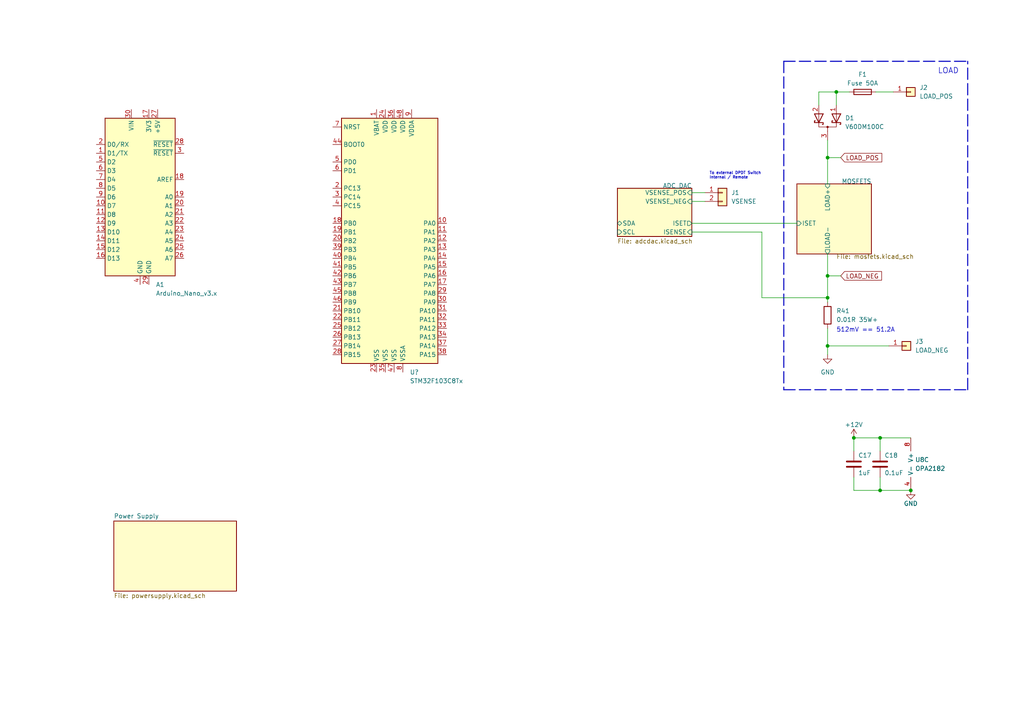
<source format=kicad_sch>
(kicad_sch (version 20211123) (generator eeschema)
  (paper "A4")
  (lib_symbols
    (symbol "Connector_Generic:Conn_01x01" (pin_names (offset 1.016) hide)
      (property "Reference" "J" (at 0 2.54 0))
      (property "Value" "Conn_01x01" (at 0 -2.54 0))
      (symbol "Conn_01x01_1_1"
        (rectangle (start -1.27 0.127) (end 0 -0.127) (stroke (width 0.1524)))
        (rectangle (start -1.27 1.27) (end 1.27 -1.27) (stroke (width 0.254)) (fill (type background)))
        (pin passive line (at -5.08 0 0) (length 3.81) (name "Pin_1") (number "1"))
      )
    )
    (symbol "Connector_Generic:Conn_01x02" (pin_names (offset 1.016) hide)
      (property "Reference" "J" (at 0 2.54 0))
      (property "Value" "Conn_01x02" (at 0 -5.08 0))
      (symbol "Conn_01x02_1_1"
        (rectangle (start -1.27 -2.413) (end 0 -2.667) (stroke (width 0.1524)))
        (rectangle (start -1.27 0.127) (end 0 -0.127) (stroke (width 0.1524)))
        (rectangle (start -1.27 1.27) (end 1.27 -3.81) (stroke (width 0.254)) (fill (type background)))
        (pin passive line (at -5.08 0 0) (length 3.81) (name "Pin_1") (number "1"))
        (pin passive line (at -5.08 -2.54 0) (length 3.81) (name "Pin_2") (number "2"))
      )
    )
    (symbol "Device:C" (pin_numbers hide) (pin_names (offset 0.254))
      (property "Reference" "C" (at 0.635 2.54 0))
      (property "Value" "C" (at 0.635 -2.54 0))
      (symbol "C_0_1"
        (polyline (pts (xy -2.032 -0.762) (xy 2.032 -0.762)) (stroke (width 0.508)))
        (polyline (pts (xy -2.032 0.762) (xy 2.032 0.762)) (stroke (width 0.508)))
      )
      (symbol "C_1_1"
        (pin passive line (at 0 3.81 270) (length 2.794) (name "~") (number "1"))
        (pin passive line (at 0 -3.81 90) (length 2.794) (name "~") (number "2"))
      )
    )
    (symbol "Device:D_Schottky_Dual_CommonCathode_AAK_Parallel" (pin_names (offset 0.762) hide)
      (property "Reference" "D" (at 0 5.08 0))
      (property "Value" "D_Schottky_Dual_CommonCathode_AAK_Parallel" (at 0 -5.08 0))
      (symbol "D_Schottky_Dual_CommonCathode_AAK_Parallel_0_1"
        (polyline (pts (xy 1.27 0) (xy 2.54 0)))
        (polyline (pts (xy -2.54 -2.54) (xy 1.27 -2.54) (xy 1.27 2.54) (xy -2.54 2.54)))
        (polyline (pts (xy -2.54 -1.27) (xy 0 -2.54) (xy -2.54 -3.81) (xy -2.54 -1.27) (xy -2.54 -1.27) (xy -2.54 -1.27)) (stroke (width 0.254)))
        (polyline (pts (xy -2.54 3.81) (xy 0 2.54) (xy -2.54 1.27) (xy -2.54 3.81) (xy -2.54 3.81) (xy -2.54 3.81)) (stroke (width 0.254)))
        (polyline (pts (xy 0.508 -1.524) (xy 0.508 -1.27) (xy 0 -1.27) (xy 0 -3.81) (xy -0.508 -3.81) (xy -0.508 -3.556)) (stroke (width 0.254)))
        (polyline (pts (xy 0.508 3.556) (xy 0.508 3.81) (xy 0 3.81) (xy 0 1.27) (xy -0.508 1.27) (xy -0.508 1.524)) (stroke (width 0.254)))
        (circle (center 1.27 0) (radius 0.254) (fill (type outline)))
        (pin passive line (at -5.08 2.54 0) (length 2.54) (name "K") (number "1"))
        (pin passive line (at -5.08 -2.54 0) (length 2.54) (name "K") (number "2"))
        (pin passive line (at 5.08 0 180) (length 2.54) (name "A") (number "3"))
      )
    )
    (symbol "Device:Fuse" (pin_numbers hide) (pin_names (offset 0))
      (property "Reference" "F" (at 2.032 0 90))
      (property "Value" "Fuse" (at -1.905 0 90))
      (symbol "Fuse_0_1"
        (rectangle (start -0.762 -2.54) (end 0.762 2.54) (stroke (width 0.254)))
        (polyline (pts (xy 0 2.54) (xy 0 -2.54)))
      )
      (symbol "Fuse_1_1"
        (pin passive line (at 0 3.81 270) (length 1.27) (name "~") (number "1"))
        (pin passive line (at 0 -3.81 90) (length 1.27) (name "~") (number "2"))
      )
    )
    (symbol "Device:Opamp_Dual"
      (property "Reference" "U" (at 0 5.08 0))
      (property "Value" "Opamp_Dual" (at 0 -5.08 0))
      (symbol "Opamp_Dual_1_1"
        (polyline (pts (xy -5.08 5.08) (xy 5.08 0) (xy -5.08 -5.08) (xy -5.08 5.08)) (stroke (width 0.254)) (fill (type background)))
        (pin output line (at 7.62 0 180) (length 2.54) (name "~") (number "1"))
        (pin input line (at -7.62 -2.54 0) (length 2.54) (name "-") (number "2"))
        (pin input line (at -7.62 2.54 0) (length 2.54) (name "+") (number "3"))
      )
      (symbol "Opamp_Dual_2_1"
        (polyline (pts (xy -5.08 5.08) (xy 5.08 0) (xy -5.08 -5.08) (xy -5.08 5.08)) (stroke (width 0.254)) (fill (type background)))
        (pin input line (at -7.62 2.54 0) (length 2.54) (name "+") (number "5"))
        (pin input line (at -7.62 -2.54 0) (length 2.54) (name "-") (number "6"))
        (pin output line (at 7.62 0 180) (length 2.54) (name "~") (number "7"))
      )
      (symbol "Opamp_Dual_3_1"
        (pin power_in line (at -2.54 -7.62 90) (length 3.81) (name "V-") (number "4"))
        (pin power_in line (at -2.54 7.62 270) (length 3.81) (name "V+") (number "8"))
      )
    )
    (symbol "Device:R" (pin_numbers hide) (pin_names (offset 0))
      (property "Reference" "R" (at 2.032 0 90))
      (property "Value" "R" (at 0 0 90))
      (symbol "R_0_1"
        (rectangle (start -1.016 -2.54) (end 1.016 2.54) (stroke (width 0.254)))
      )
      (symbol "R_1_1"
        (pin passive line (at 0 3.81 270) (length 1.27) (name "~") (number "1"))
        (pin passive line (at 0 -3.81 90) (length 1.27) (name "~") (number "2"))
      )
    )
    (symbol "MCU_Module:Arduino_Nano_v3.x"
      (property "Reference" "A" (at -10.16 23.495 0))
      (property "Value" "Arduino_Nano_v3.x" (at 5.08 -24.13 0))
      (symbol "Arduino_Nano_v3.x_0_1"
        (rectangle (start -10.16 22.86) (end 10.16 -22.86) (stroke (width 0.254)) (fill (type background)))
      )
      (symbol "Arduino_Nano_v3.x_1_1"
        (pin bidirectional line (at -12.7 12.7 0) (length 2.54) (name "D1/TX") (number "1"))
        (pin bidirectional line (at -12.7 -2.54 0) (length 2.54) (name "D7") (number "10"))
        (pin bidirectional line (at -12.7 -5.08 0) (length 2.54) (name "D8") (number "11"))
        (pin bidirectional line (at -12.7 -7.62 0) (length 2.54) (name "D9") (number "12"))
        (pin bidirectional line (at -12.7 -10.16 0) (length 2.54) (name "D10") (number "13"))
        (pin bidirectional line (at -12.7 -12.7 0) (length 2.54) (name "D11") (number "14"))
        (pin bidirectional line (at -12.7 -15.24 0) (length 2.54) (name "D12") (number "15"))
        (pin bidirectional line (at -12.7 -17.78 0) (length 2.54) (name "D13") (number "16"))
        (pin power_out line (at 2.54 25.4 270) (length 2.54) (name "3V3") (number "17"))
        (pin input line (at 12.7 5.08 180) (length 2.54) (name "AREF") (number "18"))
        (pin bidirectional line (at 12.7 0 180) (length 2.54) (name "A0") (number "19"))
        (pin bidirectional line (at -12.7 15.24 0) (length 2.54) (name "D0/RX") (number "2"))
        (pin bidirectional line (at 12.7 -2.54 180) (length 2.54) (name "A1") (number "20"))
        (pin bidirectional line (at 12.7 -5.08 180) (length 2.54) (name "A2") (number "21"))
        (pin bidirectional line (at 12.7 -7.62 180) (length 2.54) (name "A3") (number "22"))
        (pin bidirectional line (at 12.7 -10.16 180) (length 2.54) (name "A4") (number "23"))
        (pin bidirectional line (at 12.7 -12.7 180) (length 2.54) (name "A5") (number "24"))
        (pin bidirectional line (at 12.7 -15.24 180) (length 2.54) (name "A6") (number "25"))
        (pin bidirectional line (at 12.7 -17.78 180) (length 2.54) (name "A7") (number "26"))
        (pin power_out line (at 5.08 25.4 270) (length 2.54) (name "+5V") (number "27"))
        (pin input line (at 12.7 15.24 180) (length 2.54) (name "~{RESET}") (number "28"))
        (pin power_in line (at 2.54 -25.4 90) (length 2.54) (name "GND") (number "29"))
        (pin input line (at 12.7 12.7 180) (length 2.54) (name "~{RESET}") (number "3"))
        (pin power_in line (at -2.54 25.4 270) (length 2.54) (name "VIN") (number "30"))
        (pin power_in line (at 0 -25.4 90) (length 2.54) (name "GND") (number "4"))
        (pin bidirectional line (at -12.7 10.16 0) (length 2.54) (name "D2") (number "5"))
        (pin bidirectional line (at -12.7 7.62 0) (length 2.54) (name "D3") (number "6"))
        (pin bidirectional line (at -12.7 5.08 0) (length 2.54) (name "D4") (number "7"))
        (pin bidirectional line (at -12.7 2.54 0) (length 2.54) (name "D5") (number "8"))
        (pin bidirectional line (at -12.7 0 0) (length 2.54) (name "D6") (number "9"))
      )
    )
    (symbol "MCU_ST_STM32F1:STM32F103C8Tx"
      (property "Reference" "U" (at -15.24 36.83 0))
      (property "Value" "STM32F103C8Tx" (at 7.62 36.83 0))
      (symbol "STM32F103C8Tx_0_1"
        (rectangle (start -15.24 -35.56) (end 12.7 35.56) (stroke (width 0.254)) (fill (type background)))
      )
      (symbol "STM32F103C8Tx_1_1"
        (pin power_in line (at -5.08 38.1 270) (length 2.54) (name "VBAT") (number "1"))
        (pin bidirectional line (at 15.24 5.08 180) (length 2.54) (name "PA0") (number "10"))
        (pin bidirectional line (at 15.24 2.54 180) (length 2.54) (name "PA1") (number "11"))
        (pin bidirectional line (at 15.24 0 180) (length 2.54) (name "PA2") (number "12"))
        (pin bidirectional line (at 15.24 -2.54 180) (length 2.54) (name "PA3") (number "13"))
        (pin bidirectional line (at 15.24 -5.08 180) (length 2.54) (name "PA4") (number "14"))
        (pin bidirectional line (at 15.24 -7.62 180) (length 2.54) (name "PA5") (number "15"))
        (pin bidirectional line (at 15.24 -10.16 180) (length 2.54) (name "PA6") (number "16"))
        (pin bidirectional line (at 15.24 -12.7 180) (length 2.54) (name "PA7") (number "17"))
        (pin bidirectional line (at -17.78 5.08 0) (length 2.54) (name "PB0") (number "18"))
        (pin bidirectional line (at -17.78 2.54 0) (length 2.54) (name "PB1") (number "19"))
        (pin bidirectional line (at -17.78 15.24 0) (length 2.54) (name "PC13") (number "2"))
        (pin bidirectional line (at -17.78 0 0) (length 2.54) (name "PB2") (number "20"))
        (pin bidirectional line (at -17.78 -20.32 0) (length 2.54) (name "PB10") (number "21"))
        (pin bidirectional line (at -17.78 -22.86 0) (length 2.54) (name "PB11") (number "22"))
        (pin power_in line (at -5.08 -38.1 90) (length 2.54) (name "VSS") (number "23"))
        (pin power_in line (at -2.54 38.1 270) (length 2.54) (name "VDD") (number "24"))
        (pin bidirectional line (at -17.78 -25.4 0) (length 2.54) (name "PB12") (number "25"))
        (pin bidirectional line (at -17.78 -27.94 0) (length 2.54) (name "PB13") (number "26"))
        (pin bidirectional line (at -17.78 -30.48 0) (length 2.54) (name "PB14") (number "27"))
        (pin bidirectional line (at -17.78 -33.02 0) (length 2.54) (name "PB15") (number "28"))
        (pin bidirectional line (at 15.24 -15.24 180) (length 2.54) (name "PA8") (number "29"))
        (pin bidirectional line (at -17.78 12.7 0) (length 2.54) (name "PC14") (number "3"))
        (pin bidirectional line (at 15.24 -17.78 180) (length 2.54) (name "PA9") (number "30"))
        (pin bidirectional line (at 15.24 -20.32 180) (length 2.54) (name "PA10") (number "31"))
        (pin bidirectional line (at 15.24 -22.86 180) (length 2.54) (name "PA11") (number "32"))
        (pin bidirectional line (at 15.24 -25.4 180) (length 2.54) (name "PA12") (number "33"))
        (pin bidirectional line (at 15.24 -27.94 180) (length 2.54) (name "PA13") (number "34"))
        (pin power_in line (at -2.54 -38.1 90) (length 2.54) (name "VSS") (number "35"))
        (pin power_in line (at 0 38.1 270) (length 2.54) (name "VDD") (number "36"))
        (pin bidirectional line (at 15.24 -30.48 180) (length 2.54) (name "PA14") (number "37"))
        (pin bidirectional line (at 15.24 -33.02 180) (length 2.54) (name "PA15") (number "38"))
        (pin bidirectional line (at -17.78 -2.54 0) (length 2.54) (name "PB3") (number "39"))
        (pin bidirectional line (at -17.78 10.16 0) (length 2.54) (name "PC15") (number "4"))
        (pin bidirectional line (at -17.78 -5.08 0) (length 2.54) (name "PB4") (number "40"))
        (pin bidirectional line (at -17.78 -7.62 0) (length 2.54) (name "PB5") (number "41"))
        (pin bidirectional line (at -17.78 -10.16 0) (length 2.54) (name "PB6") (number "42"))
        (pin bidirectional line (at -17.78 -12.7 0) (length 2.54) (name "PB7") (number "43"))
        (pin input line (at -17.78 27.94 0) (length 2.54) (name "BOOT0") (number "44"))
        (pin bidirectional line (at -17.78 -15.24 0) (length 2.54) (name "PB8") (number "45"))
        (pin bidirectional line (at -17.78 -17.78 0) (length 2.54) (name "PB9") (number "46"))
        (pin power_in line (at 0 -38.1 90) (length 2.54) (name "VSS") (number "47"))
        (pin power_in line (at 2.54 38.1 270) (length 2.54) (name "VDD") (number "48"))
        (pin input line (at -17.78 22.86 0) (length 2.54) (name "PD0") (number "5"))
        (pin input line (at -17.78 20.32 0) (length 2.54) (name "PD1") (number "6"))
        (pin input line (at -17.78 33.02 0) (length 2.54) (name "NRST") (number "7"))
        (pin power_in line (at 2.54 -38.1 90) (length 2.54) (name "VSSA") (number "8"))
        (pin power_in line (at 5.08 38.1 270) (length 2.54) (name "VDDA") (number "9"))
      )
    )
    (symbol "power:+12V" (power) (pin_names (offset 0))
      (property "Value" "+12V" (at 0 3.556 0))
      (symbol "+12V_0_1"
        (polyline (pts (xy -0.762 1.27) (xy 0 2.54)))
        (polyline (pts (xy 0 0) (xy 0 2.54)))
        (polyline (pts (xy 0 2.54) (xy 0.762 1.27)))
      )
      (symbol "+12V_1_1"
        (pin power_in line (at 0 0 90) (length 0) hide (name "+12V") (number "1"))
      )
    )
    (symbol "power:GND" (power) (pin_names (offset 0))
      (property "Value" "GND" (at 0 -3.81 0))
      (symbol "GND_0_1"
        (polyline (pts (xy 0 0) (xy 0 -1.27) (xy 1.27 -1.27) (xy 0 -2.54) (xy -1.27 -1.27) (xy 0 -1.27)))
      )
      (symbol "GND_1_1"
        (pin power_in line (at 0 0 270) (length 0) hide (name "GND") (number "1"))
      )
    )
  )
  (junction (at 240.03 45.72))
  (junction (at 264.16 142.24))
  (junction (at 242.57 26.67))
  (junction (at 255.27 127))
  (junction (at 240.03 80.01))
  (junction (at 240.03 86.36))
  (junction (at 255.27 142.24))
  (junction (at 240.03 100.33))
  (junction (at 247.65 127))
  (wire (pts (xy 240.03 45.72) (xy 243.84 45.72)))
  (wire (pts (xy 242.57 26.67) (xy 242.57 30.48)))
  (wire (pts (xy 240.03 80.01) (xy 240.03 86.36)))
  (wire (pts (xy 255.27 142.24) (xy 264.16 142.24)))
  (wire (pts (xy 240.03 100.33) (xy 240.03 102.87)))
  (polyline (pts (xy 227.33 113.03) (xy 280.67 113.03)) (stroke (width 0.3)))
  (wire (pts (xy 247.65 127) (xy 247.65 130.81)))
  (wire (pts (xy 255.27 138.43) (xy 255.27 142.24)))
  (polyline (pts (xy 227.33 17.78) (xy 280.67 17.78)) (stroke (width 0.3)))
  (wire (pts (xy 240.03 40.64) (xy 240.03 45.72)))
  (wire (pts (xy 264.16 127) (xy 255.27 127)))
  (wire (pts (xy 240.03 80.01) (xy 243.84 80.01)))
  (wire (pts (xy 247.65 142.24) (xy 255.27 142.24)))
  (polyline (pts (xy 227.33 17.78) (xy 227.33 113.03)) (stroke (width 0.3)))
  (wire (pts (xy 242.57 26.67) (xy 246.38 26.67)))
  (wire (pts (xy 240.03 73.66) (xy 240.03 80.01)))
  (wire (pts (xy 240.03 95.25) (xy 240.03 100.33)))
  (wire (pts (xy 200.66 67.31) (xy 220.98 67.31)))
  (polyline (pts (xy 280.67 113.03) (xy 280.67 17.78)) (stroke (width 0.3)))
  (wire (pts (xy 237.49 30.48) (xy 237.49 26.67)))
  (wire (pts (xy 247.65 138.43) (xy 247.65 142.24)))
  (wire (pts (xy 255.27 127) (xy 247.65 127)))
  (wire (pts (xy 240.03 100.33) (xy 257.81 100.33)))
  (wire (pts (xy 240.03 87.63) (xy 240.03 86.36)))
  (wire (pts (xy 200.66 64.77) (xy 231.14 64.77)))
  (wire (pts (xy 220.98 67.31) (xy 220.98 86.36)))
  (wire (pts (xy 254 26.67) (xy 259.08 26.67)))
  (wire (pts (xy 200.66 55.88) (xy 204.47 55.88)))
  (wire (pts (xy 200.66 58.42) (xy 204.47 58.42)))
  (wire (pts (xy 255.27 127) (xy 255.27 130.81)))
  (wire (pts (xy 237.49 26.67) (xy 242.57 26.67)))
  (wire (pts (xy 240.03 45.72) (xy 240.03 53.34)))
  (wire (pts (xy 220.98 86.36) (xy 240.03 86.36)))
  (text "512mV == 51.2A" (at 242.57 96.52 0) (effects (font (size 1.27 1.27)) (justify left bottom)))
  (text "To external DPDT Switch\nInternal / Remote" (at 205.74 52.07 0) (effects (font (size 0.8 0.8)) (justify left bottom)))
  (text "LOAD" (at 278.13 21.59 180) (effects (font (size 1.6 1.6)) (justify right bottom)))
  (global_label "LOAD_POS" (shape input) (at 243.84 45.72 0) (property "Intersheet References" "${INTERSHEET_REFS}" (effects hide)))
  (global_label "LOAD_NEG" (shape input) (at 243.84 80.01 0) (property "Intersheet References" "${INTERSHEET_REFS}" (effects hide)))
  (symbol (lib_id "power:GND") (at 240.03 102.87 0) (unit 1)
    (property "Reference" "#PWR017" (effects hide))
    (property "Value" "GND" (at 240.03 107.95 0))
  )
  (symbol (lib_id "Device:C") (at 255.27 134.62 0) (unit 1)
    (property "Reference" "C18" (at 256.54 132.08 0) (effects (justify left)))
    (property "Value" "0.1uF" (at 256.54 137.16 0) (effects (justify left)))
  )
  (symbol (lib_id "MCU_Module:Arduino_Nano_v3.x") (at 40.64 57.15 0) (unit 1)
    (property "Reference" "A1" (at 45.1994 82.55 0) (effects (justify left)))
    (property "Value" "Arduino_Nano_v3.x" (at 45.1994 85.09 0) (effects (justify left)))
    (property "Footprint" "Module:Arduino_Nano" (effects hide))
    (property "Datasheet" "http://www.mouser.com/pdfdocs/Gravitech_Arduino_Nano3_0.pdf" (effects hide))
  )
  (symbol (lib_id "Connector_Generic:Conn_01x02") (at 209.55 55.88 0) (unit 1)
    (property "Reference" "J1" (at 212.09 55.8799 0) (effects (justify left)))
    (property "Value" "VSENSE" (at 212.09 58.4199 0) (effects (justify left)))
  )
  (symbol (lib_id "power:GND") (at 264.16 142.24 0) (unit 1)
    (property "Reference" "#PWR019" (effects hide))
    (property "Value" "GND" (at 264.16 146.05 0))
  )
  (symbol (lib_id "Device:R") (at 240.03 91.44 0) (unit 1)
    (property "Reference" "R41" (at 242.57 90.1699 0) (effects (justify left)))
    (property "Value" "0.01R 35W+" (at 242.57 92.7099 0) (effects (justify left)))
  )
  (symbol (lib_id "Device:C") (at 247.65 134.62 0) (unit 1)
    (property "Reference" "C17" (at 248.92 132.08 0) (effects (justify left)))
    (property "Value" "1uF" (at 248.92 137.16 0) (effects (justify left)))
  )
  (symbol (lib_id "Device:Fuse") (at 250.19 26.67 90) (unit 1)
    (property "Reference" "F1" (at 250.19 21.59 90))
    (property "Value" "Fuse 50A" (at 250.19 24.13 90))
  )
  (symbol (lib_id "Device:D_Schottky_Dual_CommonCathode_AAK_Parallel") (at 240.03 35.56 270) (unit 1)
    (property "Reference" "D1" (at 245.11 34.2264 90) (effects (justify left)))
    (property "Value" "V60DM100C" (at 245.11 36.7664 90) (effects (justify left)))
  )
  (symbol (lib_id "power:+12V") (at 247.65 127 0) (unit 1)
    (property "Reference" "#PWR018" (effects hide))
    (property "Value" "+12V" (at 247.65 123.19 0))
  )
  (symbol (lib_id "Connector_Generic:Conn_01x01") (at 264.16 26.67 0) (unit 1)
    (property "Reference" "J2" (at 266.7 25.3999 0) (effects (justify left)))
    (property "Value" "LOAD_POS" (at 266.7 27.9399 0) (effects (justify left)))
    (property "Footprint" "MountingHole:MountingHole_3.5mm_Pad_Via" (effects hide))
  )
  (symbol (lib_id "Connector_Generic:Conn_01x01") (at 262.89 100.33 0) (unit 1)
    (property "Reference" "J3" (at 265.43 99.0599 0) (effects (justify left)))
    (property "Value" "LOAD_NEG" (at 265.43 101.5999 0) (effects (justify left)))
    (property "Footprint" "MountingHole:MountingHole_3.5mm_Pad_Via" (effects hide))
  )
  (symbol (lib_id "Device:Opamp_Dual") (at 266.7 134.62 0) (unit 3)
    (property "Reference" "U8" (at 265.43 133.3499 0) (effects (justify left)))
    (property "Value" "OPA2182" (at 265.43 135.8899 0) (effects (justify left)))
  )
  (symbol (lib_id "MCU_ST_STM32F1:STM32F103C8Tx") (at 114.3 69.85 0) (unit 1)
    (property "Reference" "U?" (at 118.8594 107.95 0) (effects (justify left)))
    (property "Value" "STM32F103C8Tx" (at 118.8594 110.49 0) (effects (justify left)))
    (property "Footprint" "Package_QFP:LQFP-48_7x7mm_P0.5mm" (effects hide))
    (property "Datasheet" "http://www.st.com/st-web-ui/static/active/en/resource/technical/document/datasheet/CD00161566.pdf" (effects hide))
  )
  (sheet (at 231.14 53.34) (size 21.59 20.32) (stroke (width 0.254)) (fill (color 255 253 203 1.0000))
    (property "Sheet name" "MOSFETS" (at 252.73 53.34 0) (effects (justify right bottom)))
    (property "Sheet file" "mosfets.kicad_sch" (at 242.57 73.66 0) (effects (justify left top)))
    (pin "LOAD+" input (at 240.03 53.34 90))
    (pin "LOAD-" output (at 240.03 73.66 270))
    (pin "ISET" input (at 231.14 64.77 180))
  )
  (sheet (at 179.07 54.61) (size 21.59 13.97) (stroke (width 0.254)) (fill (color 255 253 203 1.0000))
    (property "Sheet name" "ADC_DAC" (at 200.66 54.61 0) (effects (justify right bottom)))
    (property "Sheet file" "adcdac.kicad_sch" (at 179.07 69.2154 0) (effects (justify left top)))
    (pin "ISENSE" input (at 200.66 67.31 0))
    (pin "VSENSE_POS" input (at 200.66 55.88 0))
    (pin "VSENSE_NEG" input (at 200.66 58.42 0))
    (pin "ISET" output (at 200.66 64.77 0))
    (pin "SDA" bidirectional (at 179.07 64.77 180))
    (pin "SCL" input (at 179.07 67.31 180))
  )
  (sheet (at 33.02 151.13) (size 35.56 20.32) (stroke (width 0.254)) (fill (color 255 253 203 1.0000))
    (property "Sheet name" "Power Supply" (at 33.02 150.4184 0) (effects (justify left bottom)))
    (property "Sheet file" "powersupply.kicad_sch" (at 33.02 172.0346 0) (effects (justify left top)))
  )
)
</source>
